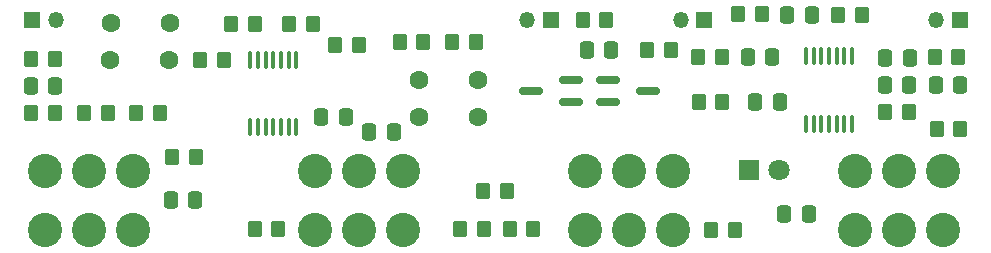
<source format=gbr>
%TF.GenerationSoftware,KiCad,Pcbnew,8.0.6*%
%TF.CreationDate,2024-11-09T16:50:09-06:00*%
%TF.ProjectId,Channel Two v2,4368616e-6e65-46c2-9054-776f2076322e,rev?*%
%TF.SameCoordinates,Original*%
%TF.FileFunction,Soldermask,Top*%
%TF.FilePolarity,Negative*%
%FSLAX46Y46*%
G04 Gerber Fmt 4.6, Leading zero omitted, Abs format (unit mm)*
G04 Created by KiCad (PCBNEW 8.0.6) date 2024-11-09 16:50:09*
%MOMM*%
%LPD*%
G01*
G04 APERTURE LIST*
G04 Aperture macros list*
%AMRoundRect*
0 Rectangle with rounded corners*
0 $1 Rounding radius*
0 $2 $3 $4 $5 $6 $7 $8 $9 X,Y pos of 4 corners*
0 Add a 4 corners polygon primitive as box body*
4,1,4,$2,$3,$4,$5,$6,$7,$8,$9,$2,$3,0*
0 Add four circle primitives for the rounded corners*
1,1,$1+$1,$2,$3*
1,1,$1+$1,$4,$5*
1,1,$1+$1,$6,$7*
1,1,$1+$1,$8,$9*
0 Add four rect primitives between the rounded corners*
20,1,$1+$1,$2,$3,$4,$5,0*
20,1,$1+$1,$4,$5,$6,$7,0*
20,1,$1+$1,$6,$7,$8,$9,0*
20,1,$1+$1,$8,$9,$2,$3,0*%
G04 Aperture macros list end*
%ADD10RoundRect,0.250000X-0.350000X-0.450000X0.350000X-0.450000X0.350000X0.450000X-0.350000X0.450000X0*%
%ADD11R,1.800000X1.800000*%
%ADD12C,1.800000*%
%ADD13RoundRect,0.162500X-0.837500X-0.162500X0.837500X-0.162500X0.837500X0.162500X-0.837500X0.162500X0*%
%ADD14RoundRect,0.162500X0.837500X0.162500X-0.837500X0.162500X-0.837500X-0.162500X0.837500X-0.162500X0*%
%ADD15R,1.350000X1.350000*%
%ADD16O,1.350000X1.350000*%
%ADD17RoundRect,0.250000X0.350000X0.450000X-0.350000X0.450000X-0.350000X-0.450000X0.350000X-0.450000X0*%
%ADD18RoundRect,0.250000X-0.337500X-0.475000X0.337500X-0.475000X0.337500X0.475000X-0.337500X0.475000X0*%
%ADD19RoundRect,0.250000X0.337500X0.475000X-0.337500X0.475000X-0.337500X-0.475000X0.337500X-0.475000X0*%
%ADD20C,2.900000*%
%ADD21RoundRect,0.100000X0.100000X-0.637500X0.100000X0.637500X-0.100000X0.637500X-0.100000X-0.637500X0*%
%ADD22C,1.600000*%
G04 APERTURE END LIST*
D10*
%TO.C,R25*%
X149418800Y-90779600D03*
X151418800Y-90779600D03*
%TD*%
D11*
%TO.C,D1*%
X153670000Y-96570800D03*
D12*
X156210000Y-96570800D03*
%TD*%
D13*
%TO.C,D2*%
X141698400Y-88915200D03*
X141698400Y-90815200D03*
X145118400Y-89865200D03*
%TD*%
D14*
%TO.C,Q1*%
X135213200Y-89850000D03*
X138633200Y-88900000D03*
X138633200Y-90800000D03*
%TD*%
D15*
%TO.C,J3*%
X92996000Y-83820000D03*
D16*
X94996000Y-83820000D03*
%TD*%
D17*
%TO.C,R24*%
X154755600Y-83362800D03*
X152755600Y-83362800D03*
%TD*%
D10*
%TO.C,R23*%
X145050000Y-86360000D03*
X147050000Y-86360000D03*
%TD*%
D17*
%TO.C,R22*%
X139605000Y-83820000D03*
X141605000Y-83820000D03*
%TD*%
D15*
%TO.C,J4*%
X136890000Y-83820000D03*
D16*
X134890000Y-83820000D03*
%TD*%
D18*
%TO.C,C16*%
X117475000Y-92075000D03*
X119550000Y-92075000D03*
%TD*%
D19*
%TO.C,C15*%
X156260800Y-90779600D03*
X154185800Y-90779600D03*
%TD*%
D18*
%TO.C,C14*%
X104728100Y-99110800D03*
X106803100Y-99110800D03*
%TD*%
D19*
%TO.C,C13*%
X142007500Y-86360000D03*
X139932500Y-86360000D03*
%TD*%
D18*
%TO.C,C12*%
X169476600Y-89357200D03*
X171551600Y-89357200D03*
%TD*%
D20*
%TO.C,RV3*%
X147260000Y-101600000D03*
X143510000Y-101600000D03*
X139760000Y-101600000D03*
X139760000Y-96600000D03*
X143510000Y-96600000D03*
X147260000Y-96600000D03*
%TD*%
%TO.C,RV2*%
X124400000Y-101600000D03*
X120650000Y-101600000D03*
X116900000Y-101600000D03*
X116900000Y-96600000D03*
X120650000Y-96600000D03*
X124400000Y-96600000D03*
%TD*%
%TO.C,RV1*%
X170120000Y-101600000D03*
X166370000Y-101600000D03*
X162620000Y-101600000D03*
X162620000Y-96600000D03*
X166370000Y-96600000D03*
X170120000Y-96600000D03*
%TD*%
D21*
%TO.C,U2*%
X111450000Y-92925000D03*
X112100000Y-92925000D03*
X112750000Y-92925000D03*
X113400000Y-92925000D03*
X114050000Y-92925000D03*
X114700000Y-92925000D03*
X115350000Y-92925000D03*
X115350000Y-87200000D03*
X114700000Y-87200000D03*
X114050000Y-87200000D03*
X113400000Y-87200000D03*
X112750000Y-87200000D03*
X112100000Y-87200000D03*
X111450000Y-87200000D03*
%TD*%
%TO.C,U1*%
X158506400Y-92608400D03*
X159156400Y-92608400D03*
X159806400Y-92608400D03*
X160456400Y-92608400D03*
X161106400Y-92608400D03*
X161756400Y-92608400D03*
X162406400Y-92608400D03*
X162406400Y-86883400D03*
X161756400Y-86883400D03*
X161106400Y-86883400D03*
X160456400Y-86883400D03*
X159806400Y-86883400D03*
X159156400Y-86883400D03*
X158506400Y-86883400D03*
%TD*%
D20*
%TO.C,RV4*%
X94040000Y-101600000D03*
X97790000Y-101600000D03*
X101540000Y-101600000D03*
X94040000Y-96600000D03*
X97790000Y-96600000D03*
X101540000Y-96600000D03*
%TD*%
D10*
%TO.C,R21*%
X92885000Y-87122000D03*
X94885000Y-87122000D03*
%TD*%
D17*
%TO.C,R20*%
X94901000Y-91694000D03*
X92901000Y-91694000D03*
%TD*%
%TO.C,R19*%
X130540000Y-85725000D03*
X128540000Y-85725000D03*
%TD*%
D10*
%TO.C,R18*%
X97383600Y-91744800D03*
X99383600Y-91744800D03*
%TD*%
%TO.C,R17*%
X101803200Y-91744800D03*
X103803200Y-91744800D03*
%TD*%
D17*
%TO.C,R16*%
X109220000Y-87249000D03*
X107220000Y-87249000D03*
%TD*%
%TO.C,R15*%
X106851200Y-95402400D03*
X104851200Y-95402400D03*
%TD*%
D10*
%TO.C,R14*%
X114750000Y-84150000D03*
X116750000Y-84150000D03*
%TD*%
%TO.C,R13*%
X109850000Y-84150000D03*
X111850000Y-84150000D03*
%TD*%
D17*
%TO.C,R12*%
X120650000Y-85950000D03*
X118650000Y-85950000D03*
%TD*%
%TO.C,R11*%
X133197600Y-98348800D03*
X131197600Y-98348800D03*
%TD*%
%TO.C,R10*%
X126095000Y-85725000D03*
X124095000Y-85725000D03*
%TD*%
%TO.C,R9*%
X135400000Y-101550000D03*
X133400000Y-101550000D03*
%TD*%
%TO.C,R8*%
X113810800Y-101550000D03*
X111810800Y-101550000D03*
%TD*%
%TO.C,R7*%
X152450000Y-101650000D03*
X150450000Y-101650000D03*
%TD*%
%TO.C,R6*%
X131200000Y-101550000D03*
X129200000Y-101550000D03*
%TD*%
%TO.C,R5*%
X169570400Y-93065600D03*
X171570400Y-93065600D03*
%TD*%
D10*
%TO.C,R4*%
X167182800Y-91592400D03*
X165182800Y-91592400D03*
%TD*%
D17*
%TO.C,R3*%
X171383200Y-87000000D03*
X169383200Y-87000000D03*
%TD*%
D10*
%TO.C,R2*%
X161231400Y-83395900D03*
X163231400Y-83395900D03*
%TD*%
%TO.C,R1*%
X149368000Y-86969600D03*
X151368000Y-86969600D03*
%TD*%
D16*
%TO.C,J2*%
X169500000Y-83820000D03*
D15*
X171500000Y-83820000D03*
%TD*%
D16*
%TO.C,J1*%
X147878800Y-83820000D03*
D15*
X149878800Y-83820000D03*
%TD*%
D18*
%TO.C,C11*%
X92847500Y-89408000D03*
X94922500Y-89408000D03*
%TD*%
D22*
%TO.C,C10*%
X99648000Y-84074000D03*
X104648000Y-84074000D03*
%TD*%
%TO.C,C9*%
X104608000Y-87249000D03*
X99608000Y-87249000D03*
%TD*%
%TO.C,C8*%
X130730000Y-88900000D03*
X125730000Y-88900000D03*
%TD*%
%TO.C,C7*%
X130770000Y-92075000D03*
X125770000Y-92075000D03*
%TD*%
D19*
%TO.C,C6*%
X123592500Y-93345000D03*
X121517500Y-93345000D03*
%TD*%
%TO.C,C5*%
X158720700Y-100228400D03*
X156645700Y-100228400D03*
%TD*%
D18*
%TO.C,C4*%
X165158600Y-89357200D03*
X167233600Y-89357200D03*
%TD*%
D19*
%TO.C,C3*%
X165209400Y-87020400D03*
X167284400Y-87020400D03*
%TD*%
D18*
%TO.C,C2*%
X156906400Y-83395900D03*
X158981400Y-83395900D03*
%TD*%
%TO.C,C1*%
X153568400Y-86969600D03*
X155643400Y-86969600D03*
%TD*%
M02*

</source>
